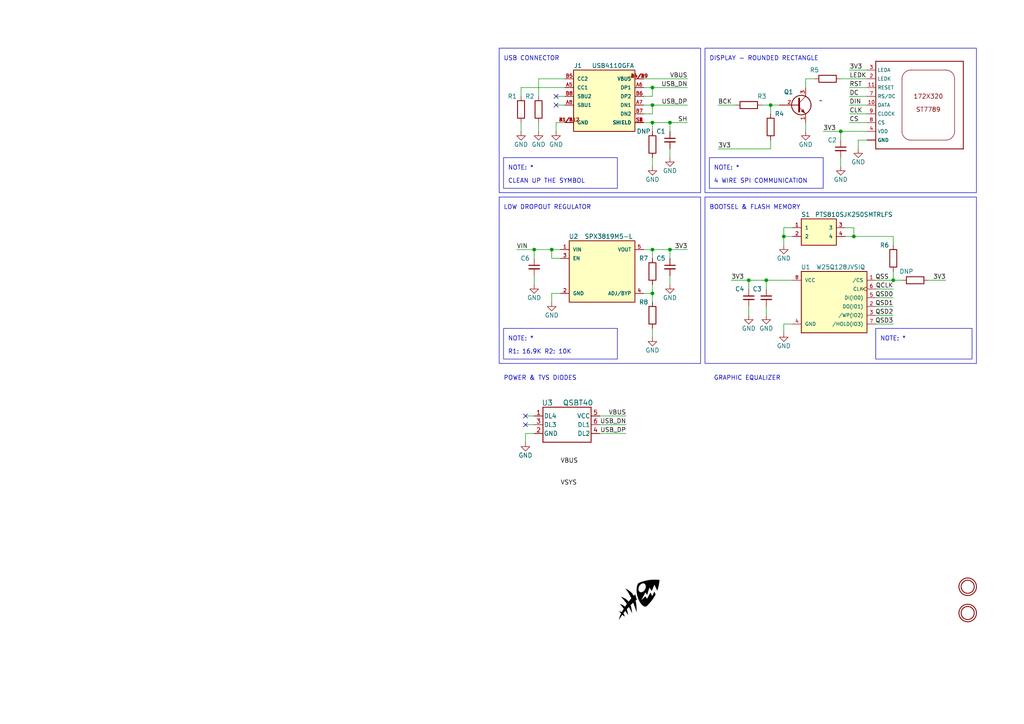
<source format=kicad_sch>
(kicad_sch (version 20230121) (generator eeschema)
  (paper "A4")
  (title_block (title "visualizer-module") (date "2024-02-19") (rev "1.0.0"))
  (lib_symbols
    (symbol "MOUNTINGHOLE_2.5_PLATED:MOUNTINGHOLE2.5"
      (symbol "MOUNTINGHOLE2.5_1_0"
        (circle (center 0 0) (radius 1.905) (stroke (width 0.254)))
        (circle (center 0 0) (radius 2.54) (stroke (width 0.254)))
      )
    )
    (symbol "PCM_4ms_Capacitor:0.1uF_0603_16V" (pin_numbers hide) (pin_names (offset 0.254) hide)
      (property "Reference" "C" (at 1.905 1.27 0))
      (property "Display" "0.1uF" (at 1.905 -1.27 0))
      (symbol "0.1uF_0603_16V_0_1"
        (polyline (pts (xy -1.524 -0.508) (xy 1.524 -0.508)) (stroke (width 0.3302)))
        (polyline (pts (xy -1.524 0.508) (xy 1.524 0.508)) (stroke (width 0.3048)))
      )
      (symbol "0.1uF_0603_16V_1_1"
        (pin passive line (at 0 2.54 270) (length 2.032) (name "~") (number "1"))
        (pin passive line (at 0 -2.54 90) (length 2.032) (name "~") (number "2"))
      )
    )
    (symbol "PCM_4ms_Power-symbol:GND" (power) (pin_names (offset 0))
      (property "Value" "GND" (at 0 -3.81 0))
      (symbol "GND_0_1"
        (polyline (pts (xy 0 0) (xy 0 -1.27) (xy 1.27 -1.27) (xy 0 -2.54) (xy -1.27 -1.27) (xy 0 -1.27)))
      )
      (symbol "GND_1_1"
        (pin power_in line (at 0 0 270) (length 0) hide (name "GND") (number "1"))
      )
    )
    (symbol "PCM_4ms_Resistor:0R_0603" (pin_numbers hide) (pin_names (offset 0))
      (property "Reference" "R" (at 2.032 0 90))
      (property "Display" "0R" (at 3.81 0 90))
      (symbol "0R_0603_0_1"
        (rectangle (start -1.016 -2.54) (end 1.016 2.54) (stroke (width 0.254)))
      )
      (symbol "0R_0603_1_1"
        (pin passive line (at 0 3.81 270) (length 1.27) (name "~") (number "1"))
        (pin passive line (at 0 -3.81 90) (length 1.27) (name "~") (number "2"))
      )
    )
    (symbol "PTS810SJK250SMTRLFS:PTS810SJK250SMTRLFS" (pin_names (offset 1.016))
      (property "Reference" "S1" (at 10.16 7.62 0))
      (property "Value" "PTS810SJK250SMTRLFS" (at 10.16 5.08 0))
      (symbol "PTS810SJK250SMTRLFS_0_0"
        (rectangle (start 5.08 -5.08) (end 15.24 2.54) (stroke (width 0.254)) (fill (type background)))
      )
      (symbol "PTS810SJK250SMTRLFS_1_0"
        (pin bidirectional line (at 2.54 0 0) (length 2.54) (name "1") (number "1"))
        (pin bidirectional line (at 2.54 -2.54 0) (length 2.54) (name "2") (number "2"))
        (pin bidirectional line (at 17.78 0 180) (length 2.54) (name "3") (number "3"))
        (pin bidirectional line (at 17.78 -2.54 180) (length 2.54) (name "4") (number "4"))
      )
    )
    (symbol "QSBT40-7-F:QSBT40-7-F" (pin_names (offset 0.254))
      (property "Reference" "U3" (at 8.89 3.81 0))
      (property "Value" "QSBT40" (at 17.78 3.81 0))
      (symbol "QSBT40-7-F_1_1"
        (polyline (pts (xy 7.62 -7.62) (xy 21.59 -7.62)) (stroke (width 0.254)))
        (polyline (pts (xy 7.62 2.54) (xy 7.62 -7.62)) (stroke (width 0.254)))
        (polyline (pts (xy 21.59 -7.62) (xy 21.59 2.54)) (stroke (width 0.254)))
        (polyline (pts (xy 21.59 2.54) (xy 7.62 2.54)) (stroke (width 0.254)))
        (pin unspecified line (at 5.08 0 0) (length 2.54) (name "DL4") (number "1"))
        (pin power_in line (at 5.08 -5.08 0) (length 2.54) (name "GND") (number "2"))
        (pin unspecified line (at 5.08 -2.54 0) (length 2.54) (name "DL3") (number "3"))
        (pin unspecified line (at 24.13 -5.08 180) (length 2.54) (name "DL2") (number "4"))
        (pin power_in line (at 24.13 0 180) (length 2.54) (name "VCC") (number "5"))
        (pin unspecified line (at 24.13 -2.54 180) (length 2.54) (name "DL1") (number "6"))
      )
    )
    (symbol "S8050:SMD-TRANSISTORS-NPN-25V-500MW_SOT-23_" (pin_names (offset 1.016))
      (property "Reference" "Q1" (at -6.35 1.27 0))
      (symbol "SMD-TRANSISTORS-NPN-25V-500MW_SOT-23__0_1"
        (circle (center -1.27 -2.54) (radius 2.8194) (stroke (width 0.254)))
        (polyline (pts (xy -1.905 -1.905) (xy 0 0)))
        (polyline (pts (xy -1.905 -3.175) (xy 0 -5.08) (xy 0 -5.08)))
        (polyline (pts (xy -1.905 -0.635) (xy -1.905 -4.445) (xy -1.905 -4.445)) (stroke (width 0.508)))
        (polyline (pts (xy -1.27 -4.318) (xy -0.762 -3.81) (xy -0.254 -4.826) (xy -1.27 -4.318) (xy -1.27 -4.318)) (fill (type outline)))
      )
      (symbol "SMD-TRANSISTORS-NPN-25V-500MW_SOT-23__1_1"
        (pin passive line (at 0 -7.62 90) (length 2.54) (name "") (number "1"))
        (pin passive line (at -7.62 -2.54 0) (length 5.715) (name "") (number "2"))
        (pin passive line (at 0 2.54 270) (length 2.54) (name "") (number "3"))
      )
    )
    (symbol "SCREEN_1.47IN_172X320:DISP_LCD_GENERIC_SPI_1.47IN_172X320_12P_WRAPUNDER"
      (symbol "DISP_LCD_GENERIC_SPI_1.47IN_172X320_12P_WRAPUNDER_1_0"
        (polyline (pts (xy -20.32 -10.16) (xy -20.32 15.24)) (stroke (width 0.254)))
        (polyline (pts (xy -20.32 15.24) (xy 5.08 15.24)) (stroke (width 0.254)))
        (polyline (pts (xy 5.08 -10.16) (xy -20.32 -10.16)) (stroke (width 0.254)))
        (polyline (pts (xy 5.08 15.24) (xy 5.08 -10.16)) (stroke (width 0.254)))
        (pin power_in line (at -22.86 -7.62 0) (length 2.54) (name "GND") (number "1"))
        (pin bidirectional line (at -22.86 2.54 0) (length 2.54) (name "DATA") (number "10"))
        (pin input line (at -22.86 7.62 0) (length 2.54) (name "RESET") (number "11"))
        (pin power_in line (at -22.86 -7.62 0) (length 2.54) (name "GND") (number "12"))
        (pin input line (at -22.86 10.16 0) (length 2.54) (name "LEDK") (number "2"))
        (pin input line (at -22.86 12.7 0) (length 2.54) (name "LEDA") (number "3"))
        (pin power_in line (at -22.86 -5.08 0) (length 2.54) (name "VDD") (number "4"))
        (pin power_in line (at -22.86 -7.62 0) (length 2.54) (name "GND") (number "5"))
        (pin power_in line (at -22.86 -7.62 0) (length 2.54) (name "GND") (number "6"))
        (pin input line (at -22.86 5.08 0) (length 2.54) (name "RS/DC") (number "7"))
        (pin input line (at -22.86 -2.54 0) (length 2.54) (name "CS") (number "8"))
        (pin input line (at -22.86 0 0) (length 2.54) (name "CLOCK") (number "9"))
      )
      (symbol "DISP_LCD_GENERIC_SPI_1.47IN_172X320_12P_WRAPUNDER_1_1"
        (arc (start -12.6998 -5.0798) (mid -11.9559 -6.8759) (end -10.1598 -7.6198))
        (arc (start -10.16 12.7) (mid -11.9561 11.9561) (end -12.7 10.16))
        (arc (start 0 -7.62) (mid 1.7961 -6.8761) (end 2.54 -5.08))
        (polyline (pts (xy -12.7 10.16) (xy -12.7 -5.08)))
        (polyline (pts (xy -10.16 12.7) (xy 0 12.7)))
        (polyline (pts (xy 0 -7.62) (xy -10.16 -7.62)))
        (polyline (pts (xy 2.54 10.16) (xy 2.54 -5.08)))
        (arc (start 2.54 10.16) (mid 1.7961 11.9561) (end 0 12.7))
        (text "172X320" (at -5.08 5.08 0) (effects (font (size 1.27 1.27))))
        (text "ST7789" (at -5.08 1.27 0) (effects (font (size 1.27 1.27))))
      )
    )
    (symbol "SPX3819M5-L:SPX3819M5-L" (pin_names (offset 1.016))
      (property "Reference" "U2" (at -3.175 12.7 0))
      (property "Value" "SPX3819M5-L" (at -3.175 10.16 0))
      (symbol "SPX3819M5-L_1_0"
        (rectangle (start -12.7 7.62) (end 6.35 -10.16) (stroke (width 0.254)) (fill (type background)))
        (pin power_in line (at -15.24 5.08 0) (length 2.54) (name "VIN") (number "1"))
        (pin passive line (at -15.24 -7.62 0) (length 2.54) (name "GND") (number "2"))
        (pin input line (at -15.24 2.54 0) (length 2.54) (name "EN") (number "3"))
        (pin passive line (at 8.89 -7.62 180) (length 2.54) (name "ADJ/BYP") (number "4"))
        (pin output line (at 8.89 5.08 180) (length 2.54) (name "VOUT") (number "5"))
      )
    )
    (symbol "USB4110GFA:USB4110GFA" (pin_names (offset 1.016))
      (property "Reference" "J1" (at -11.43 11.43 0))
      (property "Value" "USB4110GFA" (at -1.27 11.43 0))
      (symbol "USB4110GFA_0_0"
        (rectangle (start -12.7 10.16) (end 5.08 -7.62) (stroke (width 0.254)) (fill (type background)))
      )
      (symbol "USB4110GFA_1_0"
        (pin power_in line (at -15.24 -5.08 0) (length 2.54) (name "GND") (number "A1/B12"))
        (pin power_in line (at 7.62 7.62 180) (length 2.54) (name "VBUS") (number "A4/B9"))
        (pin bidirectional line (at -15.24 5.08 0) (length 2.54) (name "CC1") (number "A5"))
        (pin bidirectional line (at 7.62 5.08 180) (length 2.54) (name "DP1") (number "A6"))
        (pin bidirectional line (at 7.62 0 180) (length 2.54) (name "DN1") (number "A7"))
        (pin bidirectional line (at -15.24 0 0) (length 2.54) (name "SBU1") (number "A8"))
        (pin power_in line (at -15.24 -5.08 0) (length 2.54) (name "GND") (number "B1/A12"))
        (pin power_in line (at 7.62 7.62 180) (length 2.54) (name "VBUS") (number "B4/A9"))
        (pin bidirectional line (at -15.24 7.62 0) (length 2.54) (name "CC2") (number "B5"))
        (pin bidirectional line (at 7.62 2.54 180) (length 2.54) (name "DP2") (number "B6"))
        (pin bidirectional line (at 7.62 -2.54 180) (length 2.54) (name "DN2") (number "B7"))
        (pin bidirectional line (at -15.24 2.54 0) (length 2.54) (name "SBU2") (number "B8"))
        (pin power_in line (at 7.62 -5.08 180) (length 2.54) (name "SHIELD") (number "S1"))
        (pin power_in line (at 7.62 -5.08 180) (length 2.54) (name "SHIELD") (number "S2"))
        (pin power_in line (at 7.62 -5.08 180) (length 2.54) (name "SHIELD") (number "S3"))
        (pin power_in line (at 7.62 -5.08 180) (length 2.54) (name "SHIELD") (number "S4"))
      )
    )
    (symbol "W25Q128JVPIM:W25Q128JVSIQ" (pin_names (offset 1.016))
      (property "Reference" "U1" (at -20.32 16.51 0))
      (property "Value" "W25Q128JVSIQ" (at -10.16 16.51 0))
      (symbol "W25Q128JVSIQ_0_0"
        (rectangle (start -21.59 15.24) (end -2.54 -2.54) (stroke (width 0.254)) (fill (type background)))
      )
      (symbol "W25Q128JVSIQ_1_0"
        (pin input line (at 0 12.7 180) (length 2.54) (name "/CS") (number "1"))
        (pin bidirectional line (at 0 5.08 180) (length 2.54) (name "DO(IO1)") (number "2"))
        (pin bidirectional line (at 0 2.54 180) (length 2.54) (name "/WP(IO2)") (number "3"))
        (pin power_in line (at -24.13 0 0) (length 2.54) (name "GND") (number "4"))
        (pin bidirectional line (at 0 7.62 180) (length 2.54) (name "DI(IO0)") (number "5"))
        (pin input clock (at 0 10.16 180) (length 2.54) (name "CLK") (number "6"))
        (pin bidirectional line (at 0 0 180) (length 2.54) (name "/HOLD(IO3)") (number "7"))
        (pin power_in line (at -24.13 12.7 0) (length 2.54) (name "VCC") (number "8"))
      )
    )
  )
  (junction (at 154.94 72.39))
  (junction (at 222.25 81.28))
  (junction (at 243.84 38.1))
  (junction (at 217.17 81.28))
  (junction (at 189.23 30.48))
  (junction (at 194.31 35.56))
  (junction (at 160.02 72.39))
  (junction (at 189.23 25.4))
  (junction (at 194.31 72.39))
  (junction (at 259.08 81.28))
  (junction (at 189.23 35.56))
  (junction (at 223.52 30.48))
  (junction (at 247.65 68.58))
  (junction (at 227.33 68.58))
  (junction (at 189.23 72.39))
  (junction (at 189.23 85.09))
  (no_connect (at 152.4 123.19))
  (no_connect (at 152.4 120.65))
  (no_connect (at 161.29 30.48))
  (no_connect (at 161.29 27.94))
  (wire (pts (xy 186.69 72.39) (xy 189.23 72.39)))
  (wire (pts (xy 186.69 22.86) (xy 199.39 22.86)))
  (wire (pts (xy 208.28 30.48) (xy 213.36 30.48)))
  (wire (pts (xy 246.38 25.4) (xy 251.46 25.4)))
  (wire (pts (xy 152.4 125.73) (xy 152.4 128.27)))
  (wire (pts (xy 163.83 35.56) (xy 161.29 35.56)))
  (wire (pts (xy 186.69 25.4) (xy 189.23 25.4)))
  (wire (pts (xy 189.23 82.55) (xy 189.23 85.09)))
  (wire (pts (xy 233.68 25.4) (xy 233.68 22.86)))
  (wire (pts (xy 227.33 68.58) (xy 227.33 66.04)))
  (wire (pts (xy 246.38 20.32) (xy 251.46 20.32)))
  (wire (pts (xy 259.08 81.28) (xy 261.62 81.28)))
  (wire (pts (xy 160.02 72.39) (xy 162.56 72.39)))
  (wire (pts (xy 186.69 85.09) (xy 189.23 85.09)))
  (wire (pts (xy 247.65 68.58) (xy 245.11 68.58)))
  (wire (pts (xy 243.84 22.86) (xy 251.46 22.86)))
  (wire (pts (xy 163.83 25.4) (xy 151.13 25.4)))
  (wire (pts (xy 212.09 81.28) (xy 217.17 81.28)))
  (wire (pts (xy 247.65 66.04) (xy 247.65 68.58)))
  (wire (pts (xy 189.23 30.48) (xy 199.39 30.48)))
  (wire (pts (xy 199.39 35.56) (xy 194.31 35.56)))
  (wire (pts (xy 254 91.44) (xy 259.08 91.44)))
  (wire (pts (xy 223.52 40.64) (xy 223.52 43.18)))
  (wire (pts (xy 251.46 38.1) (xy 243.84 38.1)))
  (wire (pts (xy 245.11 66.04) (xy 247.65 66.04)))
  (wire (pts (xy 208.28 43.18) (xy 223.52 43.18)))
  (wire (pts (xy 161.29 35.56) (xy 161.29 38.1)))
  (wire (pts (xy 194.31 72.39) (xy 194.31 74.93)))
  (wire (pts (xy 254 88.9) (xy 259.08 88.9)))
  (wire (pts (xy 189.23 85.09) (xy 189.23 87.63)))
  (wire (pts (xy 254 86.36) (xy 259.08 86.36)))
  (wire (pts (xy 226.06 30.48) (xy 223.52 30.48)))
  (wire (pts (xy 186.69 27.94) (xy 189.23 27.94)))
  (wire (pts (xy 194.31 43.18) (xy 194.31 45.72)))
  (wire (pts (xy 189.23 95.25) (xy 189.23 97.79)))
  (wire (pts (xy 222.25 81.28) (xy 217.17 81.28)))
  (wire (pts (xy 151.13 35.56) (xy 151.13 38.1)))
  (wire (pts (xy 254 93.98) (xy 259.08 93.98)))
  (wire (pts (xy 173.99 120.65) (xy 181.61 120.65)))
  (wire (pts (xy 254 81.28) (xy 259.08 81.28)))
  (wire (pts (xy 160.02 85.09) (xy 160.02 87.63)))
  (wire (pts (xy 161.29 30.48) (xy 163.83 30.48)))
  (wire (pts (xy 186.69 33.02) (xy 189.23 33.02)))
  (wire (pts (xy 194.31 80.01) (xy 194.31 82.55)))
  (wire (pts (xy 220.98 30.48) (xy 223.52 30.48)))
  (wire (pts (xy 173.99 123.19) (xy 181.61 123.19)))
  (wire (pts (xy 243.84 45.72) (xy 243.84 48.26)))
  (wire (pts (xy 173.99 125.73) (xy 181.61 125.73)))
  (wire (pts (xy 243.84 38.1) (xy 243.84 40.64)))
  (wire (pts (xy 259.08 78.74) (xy 259.08 81.28)))
  (wire (pts (xy 248.92 40.64) (xy 248.92 43.18)))
  (wire (pts (xy 154.94 125.73) (xy 152.4 125.73)))
  (wire (pts (xy 229.87 68.58) (xy 227.33 68.58)))
  (wire (pts (xy 194.31 35.56) (xy 194.31 38.1)))
  (wire (pts (xy 161.29 27.94) (xy 163.83 27.94)))
  (wire (pts (xy 246.38 27.94) (xy 251.46 27.94)))
  (wire (pts (xy 160.02 72.39) (xy 160.02 74.93)))
  (wire (pts (xy 227.33 93.98) (xy 227.33 96.52)))
  (wire (pts (xy 156.21 35.56) (xy 156.21 38.1)))
  (wire (pts (xy 238.76 38.1) (xy 243.84 38.1)))
  (wire (pts (xy 189.23 72.39) (xy 189.23 74.93)))
  (wire (pts (xy 259.08 71.12) (xy 259.08 68.58)))
  (wire (pts (xy 189.23 35.56) (xy 194.31 35.56)))
  (wire (pts (xy 189.23 45.72) (xy 189.23 48.26)))
  (wire (pts (xy 186.69 30.48) (xy 189.23 30.48)))
  (wire (pts (xy 189.23 25.4) (xy 199.39 25.4)))
  (wire (pts (xy 154.94 80.01) (xy 154.94 82.55)))
  (wire (pts (xy 189.23 72.39) (xy 194.31 72.39)))
  (wire (pts (xy 233.68 22.86) (xy 236.22 22.86)))
  (wire (pts (xy 246.38 33.02) (xy 251.46 33.02)))
  (wire (pts (xy 189.23 35.56) (xy 189.23 38.1)))
  (wire (pts (xy 217.17 88.9) (xy 217.17 91.44)))
  (wire (pts (xy 246.38 30.48) (xy 251.46 30.48)))
  (wire (pts (xy 251.46 40.64) (xy 248.92 40.64)))
  (wire (pts (xy 223.52 30.48) (xy 223.52 33.02)))
  (wire (pts (xy 269.24 81.28) (xy 274.32 81.28)))
  (wire (pts (xy 194.31 72.39) (xy 199.39 72.39)))
  (wire (pts (xy 222.25 81.28) (xy 229.87 81.28)))
  (wire (pts (xy 160.02 72.39) (xy 154.94 72.39)))
  (wire (pts (xy 233.68 35.56) (xy 233.68 38.1)))
  (wire (pts (xy 154.94 72.39) (xy 154.94 74.93)))
  (wire (pts (xy 156.21 22.86) (xy 156.21 27.94)))
  (wire (pts (xy 227.33 66.04) (xy 229.87 66.04)))
  (wire (pts (xy 247.65 68.58) (xy 259.08 68.58)))
  (wire (pts (xy 149.86 72.39) (xy 154.94 72.39)))
  (wire (pts (xy 254 83.82) (xy 259.08 83.82)))
  (wire (pts (xy 229.87 93.98) (xy 227.33 93.98)))
  (wire (pts (xy 189.23 27.94) (xy 189.23 25.4)))
  (wire (pts (xy 189.23 33.02) (xy 189.23 30.48)))
  (wire (pts (xy 227.33 68.58) (xy 227.33 71.12)))
  (wire (pts (xy 186.69 35.56) (xy 189.23 35.56)))
  (wire (pts (xy 162.56 74.93) (xy 160.02 74.93)))
  (wire (pts (xy 152.4 120.65) (xy 154.94 120.65)))
  (wire (pts (xy 246.38 35.56) (xy 251.46 35.56)))
  (wire (pts (xy 152.4 123.19) (xy 154.94 123.19)))
  (wire (pts (xy 162.56 85.09) (xy 160.02 85.09)))
  (wire (pts (xy 163.83 22.86) (xy 156.21 22.86)))
  (wire (pts (xy 222.25 88.9) (xy 222.25 91.44)))
  (wire (pts (xy 217.17 81.28) (xy 217.17 83.82)))
  (wire (pts (xy 222.25 81.28) (xy 222.25 83.82)))
  (wire (pts (xy 151.13 25.4) (xy 151.13 27.94)))
  (rectangle (start 144.78 13.97) (end 203.2 55.88))
  (rectangle (start 204.47 13.97) (end 283.21 55.88))
  (rectangle (start 204.47 57.15) (end 283.21 105.41))
  (rectangle (start 254 95.25) (end 281.94 104.14))
  (rectangle (start 205.74 45.72) (end 238.76 54.61))
  (rectangle (start 146.05 95.25) (end 179.07 104.14))
  (rectangle (start 146.05 45.72) (end 179.07 54.61))
  (rectangle (start 144.78 57.15) (end 203.2 105.41))
  (image (at 185.42 173.99) (scale 0.117191))
  (text "NOTE: *" (at 207.01 49.53 0) (effects (font (size 1.27 1.27)) (justify left bottom)))
  (text "USB CONNECTOR" (at 146.05 17.78 0) (effects (font (size 1.27 1.27)) (justify left bottom)))
  (text "POWER & TVS DIODES\n" (at 146.05 110.49 0) (effects (font (size 1.27 1.27)) (justify left bottom)))
  (text "NOTE: *" (at 147.32 49.53 0) (effects (font (size 1.27 1.27)) (justify left bottom)))
  (text "NOTE: *" (at 147.32 99.06 0) (effects (font (size 1.27 1.27)) (justify left bottom)))
  (text "LOW DROPOUT REGULATOR" (at 146.05 60.96 0) (effects (font (size 1.27 1.27)) (justify left bottom)))
  (text "GRAPHIC EQUALIZER" (at 207.01 110.49 0) (effects (font (size 1.27 1.27)) (justify left bottom)))
  (text "DISPLAY - ROUNDED RECTANGLE" (at 205.74 17.78 0) (effects (font (size 1.27 1.27)) (justify left bottom)))
  (text "4 WIRE SPI COMMUNICATION" (at 207.01 53.34 0) (effects (font (size 1.27 1.27)) (justify left bottom)))
  (text "CLEAN UP THE SYMBOL" (at 147.32 53.34 0) (effects (font (size 1.27 1.27)) (justify left bottom)))
  (text "NOTE: *" (at 255.27 99.06 0) (effects (font (size 1.27 1.27)) (justify left bottom)))
  (text "BOOTSEL & FLASH MEMORY" (at 205.74 60.96 0) (effects (font (size 1.27 1.27)) (justify left bottom)))
  (text "R1: 16.9K R2: 10K" (at 147.32 102.87 0) (effects (font (size 1.27 1.27)) (justify left bottom)))
  (label "RST" (at 246.38 25.4 0))
  (label "USB_DN" (at 199.39 25.4 180))
  (label "3V3" (at 246.38 20.32 0))
  (label "QSD3" (at 259.08 93.98 180))
  (label "QCLK" (at 259.08 83.82 180))
  (label "DC" (at 246.38 27.94 0))
  (label "3V3" (at 274.32 81.28 180))
  (label "BCK" (at 208.28 30.48 0))
  (label "VBUS" (at 162.56 134.62 0))
  (label "QSD2" (at 259.08 91.44 180))
  (label "3V3" (at 199.39 72.39 180))
  (label "3V3" (at 208.28 43.18 0))
  (label "QSD0" (at 259.08 86.36 180))
  (label "CS" (at 246.38 35.56 0))
  (label "VSYS" (at 162.56 140.97 0))
  (label "VBUS" (at 199.39 22.86 180))
  (label "USB_DP" (at 199.39 30.48 180))
  (label "DIN" (at 246.38 30.48 0))
  (label "VIN" (at 149.86 72.39 0))
  (label "CLK" (at 246.38 33.02 0))
  (label "SH" (at 199.39 35.56 180))
  (label "VBUS" (at 181.61 120.65 180))
  (label "QSD1" (at 259.08 88.9 180))
  (label "3V3" (at 212.09 81.28 0))
  (label "USB_DN" (at 181.61 123.19 180))
  (label "LEDK" (at 246.38 22.86 0))
  (label "QSS" (at 257.81 81.28 180))
  (label "USB_DP" (at 181.61 125.73 180))
  (label "3V3" (at 238.76 38.1 0))
  (symbol (lib_id "USB4110GFA:USB4110GFA") (at 179.07 30.48 0) (unit 1)
    (property "Reference" "J1" (at 167.64 19.05 0))
    (property "Value" "USB4110GFA" (at 177.8 19.05 0))
    (property "Footprint" "footprints:USB4110GFA" (effects hide))
  )
  (symbol (lib_id "PCM_4ms_Power-symbol:GND") (at 154.94 82.55 0) (mirror y) (unit 1)
    (property "Reference" "#PWR016" (effects hide))
    (property "Value" "GND" (at 154.94 86.36 0))
  )
  (symbol (lib_id "PCM_4ms_Power-symbol:GND") (at 222.25 91.44 0) (unit 1)
    (property "Reference" "#PWR010" (effects hide))
    (property "Value" "GND" (at 222.25 95.25 0))
  )
  (symbol (lib_id "PCM_4ms_Resistor:0R_0603") (at 265.43 81.28 270) (mirror x) (unit 1)
    (property "Reference" "DNP" (at 262.89 78.74 90))
    (property "Value" "10K_0603" (effects hide))
    (property "Footprint" "PCM_Resistor_SMD_AKL:R_0201_0603Metric" (effects hide))
    (property "Specifications" "10K, 1%, 1/10W, 0603" (effects hide))
    (property "Manufacturer" "Yageo" (effects hide))
    (property "Part Number" "RC0603FR-100RL" (effects hide))
    (property "Display" "0R" (effects hide))
    (property "JLCPCB ID" "C21189" (effects hide))
  )
  (symbol (lib_id "W25Q128JVPIM:W25Q128JVSIQ") (at 254 93.98 0) (unit 1)
    (property "Reference" "U1" (at 233.68 77.47 0))
    (property "Value" "W25Q128JVSIQ" (at 243.84 77.47 0))
  )
  (symbol (lib_id "PTS810SJK250SMTRLFS:PTS810SJK250SMTRLFS") (at 227.33 66.04 0) (unit 1)
    (property "Reference" "S1" (at 233.68 62.23 0))
    (property "Value" "PTS810SJK250SMTRLFS" (at 247.65 62.23 0))
  )
  (symbol (lib_id "MOUNTINGHOLE_2.5_PLATED:MOUNTINGHOLE2.5") (at 280.67 177.8 0) (unit 1)
    (property "Reference" "U$2" (effects hide))
    (property "Value" "MOUNTINGHOLE2.5" (effects hide))
    (property "Footprint" "Adafruit 1.47in 320x172 Round Rectangle TFT:MOUNTINGHOLE_2.5_PLATED" (effects hide))
  )
  (symbol (lib_id "PCM_4ms_Power-symbol:GND") (at 189.23 48.26 0) (mirror y) (unit 1)
    (property "Reference" "#PWR04" (effects hide))
    (property "Value" "GND" (at 189.23 52.07 0))
  )
  (symbol (lib_id "PCM_4ms_Resistor:0R_0603") (at 217.17 30.48 90) (unit 1)
    (property "Reference" "R3" (at 220.98 27.94 90))
    (property "Value" "1K_0603" (effects hide))
    (property "Footprint" "PCM_Resistor_SMD_AKL:R_0201_0603Metric" (effects hide))
    (property "Specifications" "1K, 1%, 1/10W, 0603" (effects hide))
    (property "Manufacturer" "Yageo" (effects hide))
    (property "Part Number" "RC0603FR-100RL" (effects hide))
    (property "Display" "0R" (effects hide))
    (property "JLCPCB ID" "C21189" (effects hide))
  )
  (symbol (lib_id "PCM_4ms_Power-symbol:GND") (at 194.31 82.55 0) (mirror y) (unit 1)
    (property "Reference" "#PWR013" (effects hide))
    (property "Value" "GND" (at 194.31 86.36 0))
  )
  (symbol (lib_id "MOUNTINGHOLE_2.5_PLATED:MOUNTINGHOLE2.5") (at 280.67 170.18 0) (unit 1)
    (property "Reference" "U$1" (effects hide))
    (property "Value" "MOUNTINGHOLE2.5" (effects hide))
    (property "Footprint" "Adafruit 1.47in 320x172 Round Rectangle TFT:MOUNTINGHOLE_2.5_PLATED" (effects hide))
  )
  (symbol (lib_id "PCM_4ms_Power-symbol:GND") (at 227.33 71.12 0) (unit 1)
    (property "Reference" "#PWR012" (effects hide))
    (property "Value" "GND" (at 227.33 74.93 0))
  )
  (symbol (lib_id "PCM_4ms_Power-symbol:GND") (at 156.21 38.1 0) (unit 1)
    (property "Reference" "#PWR02" (effects hide))
    (property "Value" "GND" (at 156.21 41.91 0))
  )
  (symbol (lib_id "PCM_4ms_Power-symbol:GND") (at 194.31 45.72 0) (mirror y) (unit 1)
    (property "Reference" "#PWR05" (effects hide))
    (property "Value" "GND" (at 194.31 49.53 0))
  )
  (symbol (lib_id "QSBT40-7-F:QSBT40-7-F") (at 149.86 120.65 0) (unit 1)
    (property "Reference" "U3" (at 158.75 116.84 0) (effects (font (size 1.524 1.524))))
    (property "Value" "QSBT40" (at 167.64 116.84 0) (effects (font (size 1.524 1.524))))
  )
  (symbol (lib_id "PCM_4ms_Capacitor:0.1uF_0603_16V") (at 222.25 86.36 0) (mirror y) (unit 1)
    (property "Reference" "C3" (at 220.98 83.82 0) (effects (justify left)))
    (property "Value" "0.1uF_0603_16V" (effects hide))
    (property "Footprint" "Capacitor_SMD:C_0603_1608Metric" (effects hide))
    (property "Specifications" "0.1uF, Min. 16V 10%, X7R or X5R or similar" (effects hide))
    (property "Manufacturer" "AVX Corporation" (effects hide))
    (property "Part Number" "0603YC104KAT2A" (effects hide))
    (property "Display" "0.1uF" (effects hide))
    (property "JLCPCB ID" "C14663" (effects hide))
  )
  (symbol (lib_id "PCM_4ms_Power-symbol:GND") (at 248.92 43.18 0) (unit 1)
    (property "Reference" "#PWR08" (effects hide))
    (property "Value" "GND" (at 248.92 46.99 0))
  )
  (symbol (lib_id "PCM_4ms_Power-symbol:GND") (at 151.13 38.1 0) (unit 1)
    (property "Reference" "#PWR01" (effects hide))
    (property "Value" "GND" (at 151.13 41.91 0))
  )
  (symbol (lib_id "PCM_4ms_Capacitor:0.1uF_0603_16V") (at 194.31 77.47 0) (mirror y) (unit 1)
    (property "Reference" "C5" (at 193.04 74.93 0) (effects (justify left)))
    (property "Value" "0.1uF_0603_16V" (effects hide))
    (property "Footprint" "Capacitor_SMD:C_0603_1608Metric" (effects hide))
    (property "Specifications" "0.1uF, Min. 16V 10%, X7R or X5R or similar" (effects hide))
    (property "Manufacturer" "AVX Corporation" (effects hide))
    (property "Part Number" "0603YC104KAT2A" (effects hide))
    (property "Display" "0.1uF" (effects hide))
    (property "JLCPCB ID" "C14663" (effects hide))
  )
  (symbol (lib_id "PCM_4ms_Capacitor:0.1uF_0603_16V") (at 243.84 43.18 0) (unit 1)
    (property "Reference" "C2" (at 240.03 40.64 0) (effects (justify left)))
    (property "Value" "0.1uF_0603_16V" (effects hide))
    (property "Footprint" "Capacitor_SMD:C_0603_1608Metric" (effects hide))
    (property "Specifications" "0.1uF, Min. 16V 10%, X7R or X5R or similar" (effects hide))
    (property "Manufacturer" "AVX Corporation" (effects hide))
    (property "Part Number" "0603YC104KAT2A" (effects hide))
    (property "Display" "0.1uF" (effects hide))
    (property "JLCPCB ID" "C14663" (effects hide))
  )
  (symbol (lib_id "PCM_4ms_Capacitor:0.1uF_0603_16V") (at 217.17 86.36 0) (mirror y) (unit 1)
    (property "Reference" "C4" (at 215.9 83.82 0) (effects (justify left)))
    (property "Value" "0.1uF_0603_16V" (effects hide))
    (property "Footprint" "Capacitor_SMD:C_0603_1608Metric" (effects hide))
    (property "Specifications" "0.1uF, Min. 16V 10%, X7R or X5R or similar" (effects hide))
    (property "Manufacturer" "AVX Corporation" (effects hide))
    (property "Part Number" "0603YC104KAT2A" (effects hide))
    (property "Display" "0.1uF" (effects hide))
    (property "JLCPCB ID" "C14663" (effects hide))
  )
  (symbol (lib_id "PCM_4ms_Resistor:0R_0603") (at 223.52 36.83 180) (unit 1)
    (property "Reference" "R4" (at 226.06 33.02 0))
    (property "Value" "10K_0603" (effects hide))
    (property "Footprint" "PCM_Resistor_SMD_AKL:R_0201_0603Metric" (effects hide))
    (property "Specifications" "10K, 1%, 1/10W, 0603" (effects hide))
    (property "Manufacturer" "Yageo" (effects hide))
    (property "Part Number" "RC0603FR-100RL" (effects hide))
    (property "Display" "0R" (effects hide))
    (property "JLCPCB ID" "C21189" (effects hide))
  )
  (symbol (lib_id "PCM_4ms_Power-symbol:GND") (at 152.4 128.27 0) (mirror y) (unit 1)
    (property "Reference" "#PWR017" (effects hide))
    (property "Value" "GND" (at 152.4 132.08 0))
  )
  (symbol (lib_id "PCM_4ms_Resistor:0R_0603") (at 259.08 74.93 0) (mirror x) (unit 1)
    (property "Reference" "R6" (at 256.54 71.12 0))
    (property "Value" "10K_0603" (effects hide))
    (property "Footprint" "PCM_Resistor_SMD_AKL:R_0201_0603Metric" (effects hide))
    (property "Specifications" "10K, 1%, 1/10W, 0603" (effects hide))
    (property "Manufacturer" "Yageo" (effects hide))
    (property "Part Number" "RC0603FR-100RL" (effects hide))
    (property "Display" "0R" (effects hide))
    (property "JLCPCB ID" "C21189" (effects hide))
  )
  (symbol (lib_id "PCM_4ms_Resistor:0R_0603") (at 156.21 31.75 0) (mirror x) (unit 1)
    (property "Reference" "R2" (at 153.67 27.94 0))
    (property "Value" "10K_0603" (effects hide))
    (property "Footprint" "PCM_Resistor_SMD_AKL:R_0201_0603Metric" (effects hide))
    (property "Specifications" "10K, 1%, 1/10W, 0603" (effects hide))
    (property "Manufacturer" "Yageo" (effects hide))
    (property "Part Number" "RC0603FR-100RL" (effects hide))
    (property "Display" "0R" (effects hide))
    (property "JLCPCB ID" "C21189" (effects hide))
  )
  (symbol (lib_id "PCM_4ms_Resistor:0R_0603") (at 189.23 91.44 0) (mirror x) (unit 1)
    (property "Reference" "R8" (at 186.69 87.63 0))
    (property "Value" "10K_0603" (effects hide))
    (property "Footprint" "PCM_Resistor_SMD_AKL:R_0201_0603Metric" (effects hide))
    (property "Specifications" "10K, 1%, 1/10W, 0603" (effects hide))
    (property "Manufacturer" "Yageo" (effects hide))
    (property "Part Number" "RC0603FR-100RL" (effects hide))
    (property "Display" "0R" (effects hide))
    (property "JLCPCB ID" "C21189" (effects hide))
  )
  (symbol (lib_id "PCM_4ms_Power-symbol:GND") (at 217.17 91.44 0) (unit 1)
    (property "Reference" "#PWR011" (effects hide))
    (property "Value" "GND" (at 217.17 95.25 0))
  )
  (symbol (lib_id "PCM_4ms_Power-symbol:GND") (at 189.23 97.79 0) (mirror y) (unit 1)
    (property "Reference" "#PWR014" (effects hide))
    (property "Value" "GND" (at 189.23 101.6 0))
  )
  (symbol (lib_id "PCM_4ms_Capacitor:0.1uF_0603_16V") (at 154.94 77.47 0) (mirror y) (unit 1)
    (property "Reference" "C6" (at 153.67 74.93 0) (effects (justify left)))
    (property "Value" "0.1uF_0603_16V" (effects hide))
    (property "Footprint" "Capacitor_SMD:C_0603_1608Metric" (effects hide))
    (property "Specifications" "0.1uF, Min. 16V 10%, X7R or X5R or similar" (effects hide))
    (property "Manufacturer" "AVX Corporation" (effects hide))
    (property "Part Number" "0603YC104KAT2A" (effects hide))
    (property "Display" "0.1uF" (effects hide))
    (property "JLCPCB ID" "C14663" (effects hide))
  )
  (symbol (lib_id "SPX3819M5-L:SPX3819M5-L") (at 177.8 77.47 0) (unit 1)
    (property "Reference" "U2" (at 166.37 68.58 0))
    (property "Value" "SPX3819M5-L" (at 176.53 68.58 0))
  )
  (symbol (lib_id "PCM_4ms_Resistor:0R_0603") (at 151.13 31.75 0) (mirror x) (unit 1)
    (property "Reference" "R1" (at 148.59 27.94 0))
    (property "Value" "10K_0603" (effects hide))
    (property "Footprint" "PCM_Resistor_SMD_AKL:R_0201_0603Metric" (effects hide))
    (property "Specifications" "10K, 1%, 1/10W, 0603" (effects hide))
    (property "Manufacturer" "Yageo" (effects hide))
    (property "Part Number" "RC0603FR-100RL" (effects hide))
    (property "Display" "0R" (effects hide))
    (property "JLCPCB ID" "C21189" (effects hide))
  )
  (symbol (lib_id "PCM_4ms_Power-symbol:GND") (at 233.68 38.1 0) (unit 1)
    (property "Reference" "#PWR06" (effects hide))
    (property "Value" "GND" (at 233.68 41.91 0))
  )
  (symbol (lib_id "S8050:SMD-TRANSISTORS-NPN-25V-500MW_SOT-23_") (at 233.68 27.94 0) (unit 1)
    (property "Reference" "Q1" (at 227.33 26.67 0) (effects (justify left)))
    (property "Value" "~" (at 237.49 29.1642 0) (effects (justify left)))
  )
  (symbol (lib_id "PCM_4ms_Power-symbol:GND") (at 243.84 48.26 0) (unit 1)
    (property "Reference" "#PWR07" (effects hide))
    (property "Value" "GND" (at 243.84 52.07 0))
  )
  (symbol (lib_id "PCM_4ms_Resistor:0R_0603") (at 189.23 78.74 0) (mirror x) (unit 1)
    (property "Reference" "R7" (at 186.69 74.93 0))
    (property "Value" "10K_0603" (effects hide))
    (property "Footprint" "PCM_Resistor_SMD_AKL:R_0201_0603Metric" (effects hide))
    (property "Specifications" "10K, 1%, 1/10W, 0603" (effects hide))
    (property "Manufacturer" "Yageo" (effects hide))
    (property "Part Number" "RC0603FR-100RL" (effects hide))
    (property "Display" "0R" (effects hide))
    (property "JLCPCB ID" "C21189" (effects hide))
  )
  (symbol (lib_id "PCM_4ms_Resistor:0R_0603") (at 240.03 22.86 90) (unit 1)
    (property "Reference" "R5" (at 236.22 20.32 90))
    (property "Value" "10R_0603" (effects hide))
    (property "Footprint" "PCM_Resistor_SMD_AKL:R_0201_0603Metric" (effects hide))
    (property "Specifications" "10R, 1%, 1/10W, 0603" (effects hide))
    (property "Manufacturer" "Yageo" (effects hide))
    (property "Part Number" "RC0603FR-100RL" (effects hide))
    (property "Display" "0R" (effects hide))
    (property "JLCPCB ID" "C21189" (effects hide))
  )
  (symbol (lib_id "SCREEN_1.47IN_172X320:DISP_LCD_GENERIC_SPI_1.47IN_172X320_12P_WRAPUNDER") (at 274.32 33.02 0) (unit 1)
    (property "Reference" "DISP1" (effects hide))
    (property "Footprint" "footprints:SCREEN_1.47IN_172X320" (effects hide))
  )
  (symbol (lib_id "PCM_4ms_Capacitor:0.1uF_0603_16V") (at 194.31 40.64 0) (mirror y) (unit 1)
    (property "Reference" "C1" (at 193.04 38.1 0) (effects (justify left)))
    (property "Value" "0.1uF_0603_16V" (effects hide))
    (property "Footprint" "Capacitor_SMD:C_0603_1608Metric" (effects hide))
    (property "Specifications" "0.1uF, Min. 16V 10%, X7R or X5R or similar" (effects hide))
    (property "Manufacturer" "AVX Corporation" (effects hide))
    (property "Part Number" "0603YC104KAT2A" (effects hide))
    (property "Display" "0.1uF" (effects hide))
    (property "JLCPCB ID" "C14663" (effects hide))
  )
  (symbol (lib_id "PCM_4ms_Resistor:0R_0603") (at 189.23 41.91 0) (mirror x) (unit 1)
    (property "Reference" "DNP" (at 186.69 38.1 0))
    (property "Value" "10K_0603" (effects hide))
    (property "Footprint" "PCM_Resistor_SMD_AKL:R_0201_0603Metric" (effects hide))
    (property "Specifications" "10K, 1%, 1/10W, 0603" (effects hide))
    (property "Manufacturer" "Yageo" (effects hide))
    (property "Part Number" "RC0603FR-100RL" (effects hide))
    (property "Display" "0R" (effects hide))
    (property "JLCPCB ID" "C21189" (effects hide))
  )
  (symbol (lib_id "PCM_4ms_Power-symbol:GND") (at 161.29 38.1 0) (unit 1)
    (property "Reference" "#PWR03" (effects hide))
    (property "Value" "GND" (at 161.29 41.91 0))
  )
  (symbol (lib_id "PCM_4ms_Power-symbol:GND") (at 227.33 96.52 0) (unit 1)
    (property "Reference" "#PWR09" (effects hide))
    (property "Value" "GND" (at 227.33 100.33 0))
  )
  (symbol (lib_id "PCM_4ms_Power-symbol:GND") (at 160.02 87.63 0) (mirror y) (unit 1)
    (property "Reference" "#PWR015" (effects hide))
    (property "Value" "GND" (at 160.02 91.44 0))
  )
)
</source>
